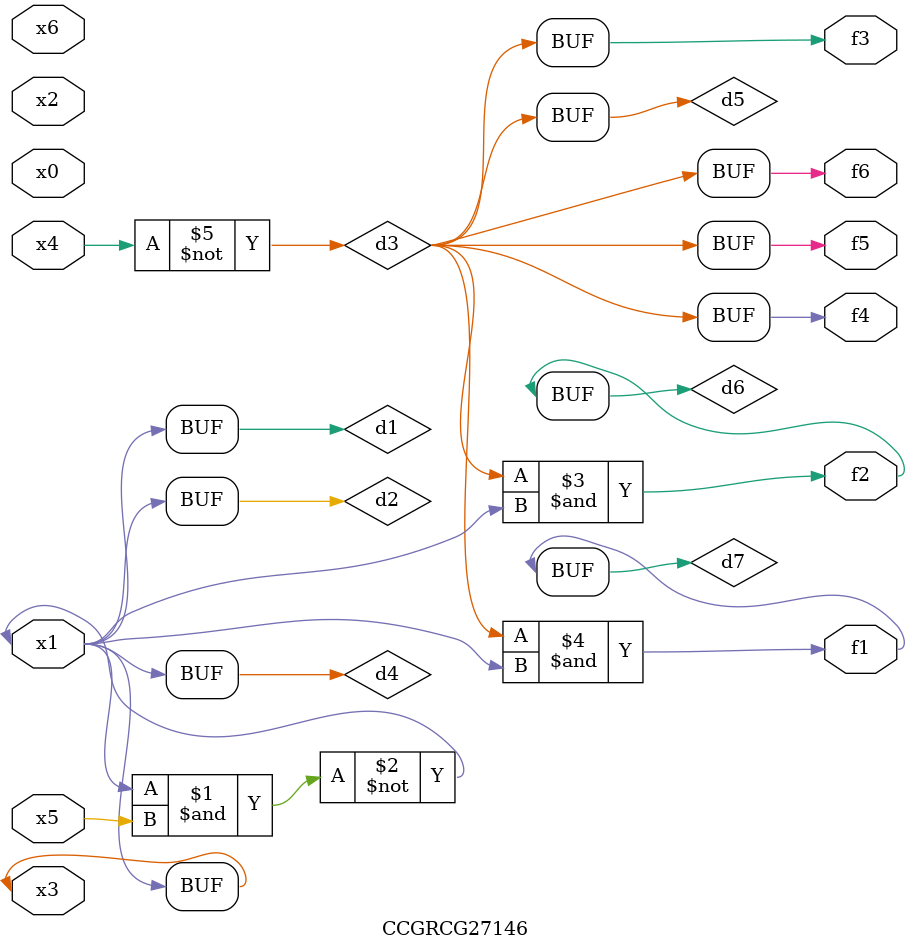
<source format=v>
module CCGRCG27146(
	input x0, x1, x2, x3, x4, x5, x6,
	output f1, f2, f3, f4, f5, f6
);

	wire d1, d2, d3, d4, d5, d6, d7;

	buf (d1, x1, x3);
	nand (d2, x1, x5);
	not (d3, x4);
	buf (d4, d1, d2);
	buf (d5, d3);
	and (d6, d3, d4);
	and (d7, d3, d4);
	assign f1 = d7;
	assign f2 = d6;
	assign f3 = d5;
	assign f4 = d5;
	assign f5 = d5;
	assign f6 = d5;
endmodule

</source>
